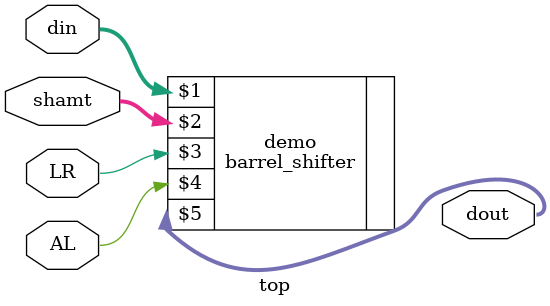
<source format=v>
module top (
    input [7:0] din, // 输入
    input [2:0] shamt, // 移位位数
    input LR, // 左移右移选择,为1为左移
    input AL, // 算术逻辑选择,为1为算术移位
    output [7:0] dout // 输出
);
   barrel_shifter demo (din, shamt, LR, AL, dout);
endmodule
</source>
